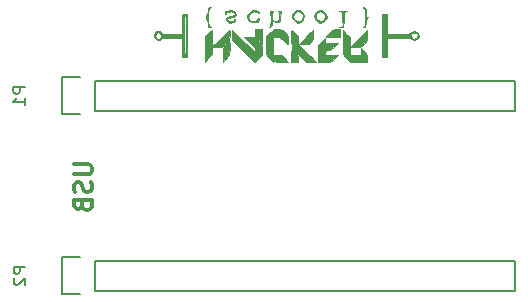
<source format=gbo>
G04 #@! TF.FileFunction,Legend,Bot*
%FSLAX46Y46*%
G04 Gerber Fmt 4.6, Leading zero omitted, Abs format (unit mm)*
G04 Created by KiCad (PCBNEW 4.0.4+e1-6308~48~ubuntu16.04.1-stable) date Thu Sep 15 22:11:00 2016*
%MOMM*%
%LPD*%
G01*
G04 APERTURE LIST*
%ADD10C,0.100000*%
%ADD11C,0.300000*%
%ADD12C,0.010000*%
%ADD13C,0.150000*%
G04 APERTURE END LIST*
D10*
D11*
X74438771Y-55638143D02*
X75653057Y-55638143D01*
X75795914Y-55709571D01*
X75867343Y-55781000D01*
X75938771Y-55923857D01*
X75938771Y-56209571D01*
X75867343Y-56352429D01*
X75795914Y-56423857D01*
X75653057Y-56495286D01*
X74438771Y-56495286D01*
X75867343Y-57138143D02*
X75938771Y-57352429D01*
X75938771Y-57709572D01*
X75867343Y-57852429D01*
X75795914Y-57923858D01*
X75653057Y-57995286D01*
X75510200Y-57995286D01*
X75367343Y-57923858D01*
X75295914Y-57852429D01*
X75224486Y-57709572D01*
X75153057Y-57423858D01*
X75081629Y-57281000D01*
X75010200Y-57209572D01*
X74867343Y-57138143D01*
X74724486Y-57138143D01*
X74581629Y-57209572D01*
X74510200Y-57281000D01*
X74438771Y-57423858D01*
X74438771Y-57781000D01*
X74510200Y-57995286D01*
X75153057Y-59138143D02*
X75224486Y-59352429D01*
X75295914Y-59423857D01*
X75438771Y-59495286D01*
X75653057Y-59495286D01*
X75795914Y-59423857D01*
X75867343Y-59352429D01*
X75938771Y-59209571D01*
X75938771Y-58638143D01*
X74438771Y-58638143D01*
X74438771Y-59138143D01*
X74510200Y-59281000D01*
X74581629Y-59352429D01*
X74724486Y-59423857D01*
X74867343Y-59423857D01*
X75010200Y-59352429D01*
X75081629Y-59281000D01*
X75153057Y-59138143D01*
X75153057Y-58638143D01*
D12*
G36*
X85988323Y-43984870D02*
X85933583Y-43942354D01*
X85880696Y-43885123D01*
X85846633Y-43792885D01*
X85827513Y-43640411D01*
X85819457Y-43402470D01*
X85818317Y-43192701D01*
X85822214Y-42878107D01*
X85835954Y-42667607D01*
X85862610Y-42538473D01*
X85905256Y-42467979D01*
X85917708Y-42457626D01*
X86000603Y-42378733D01*
X86017100Y-42344325D01*
X85976960Y-42304747D01*
X85885908Y-42340682D01*
X85839300Y-42379900D01*
X85791409Y-42487840D01*
X85764940Y-42664169D01*
X85763100Y-42724615D01*
X85735569Y-42946146D01*
X85661930Y-43094269D01*
X85660103Y-43096125D01*
X85591479Y-43182467D01*
X85619747Y-43244792D01*
X85657345Y-43275286D01*
X85729565Y-43396664D01*
X85771908Y-43612488D01*
X85776216Y-43668379D01*
X85797084Y-43864727D01*
X85839036Y-43966613D01*
X85915960Y-44006368D01*
X85921850Y-44007460D01*
X86009339Y-44017694D01*
X85988323Y-43984870D01*
X85988323Y-43984870D01*
G37*
X85988323Y-43984870D02*
X85933583Y-43942354D01*
X85880696Y-43885123D01*
X85846633Y-43792885D01*
X85827513Y-43640411D01*
X85819457Y-43402470D01*
X85818317Y-43192701D01*
X85822214Y-42878107D01*
X85835954Y-42667607D01*
X85862610Y-42538473D01*
X85905256Y-42467979D01*
X85917708Y-42457626D01*
X86000603Y-42378733D01*
X86017100Y-42344325D01*
X85976960Y-42304747D01*
X85885908Y-42340682D01*
X85839300Y-42379900D01*
X85791409Y-42487840D01*
X85764940Y-42664169D01*
X85763100Y-42724615D01*
X85735569Y-42946146D01*
X85661930Y-43094269D01*
X85660103Y-43096125D01*
X85591479Y-43182467D01*
X85619747Y-43244792D01*
X85657345Y-43275286D01*
X85729565Y-43396664D01*
X85771908Y-43612488D01*
X85776216Y-43668379D01*
X85797084Y-43864727D01*
X85839036Y-43966613D01*
X85915960Y-44006368D01*
X85921850Y-44007460D01*
X86009339Y-44017694D01*
X85988323Y-43984870D01*
G36*
X99002850Y-44007460D02*
X99082254Y-43970342D01*
X99125873Y-43872990D01*
X99147594Y-43683071D01*
X99148483Y-43668379D01*
X99188568Y-43415698D01*
X99270730Y-43272210D01*
X99275483Y-43268408D01*
X99349449Y-43198588D01*
X99317465Y-43149103D01*
X99272725Y-43122378D01*
X99197363Y-43035239D01*
X99164731Y-42867255D01*
X99161600Y-42757745D01*
X99146421Y-42562439D01*
X99108028Y-42416192D01*
X99085400Y-42379900D01*
X98985741Y-42312351D01*
X98916838Y-42316281D01*
X98907600Y-42344325D01*
X98952322Y-42410909D01*
X99006991Y-42457626D01*
X99053767Y-42517803D01*
X99083845Y-42631369D01*
X99100296Y-42821050D01*
X99106195Y-43109572D01*
X99106382Y-43192701D01*
X99103390Y-43498889D01*
X99091826Y-43703395D01*
X99067812Y-43831449D01*
X99027468Y-43908281D01*
X98991116Y-43942354D01*
X98913385Y-44006734D01*
X98942179Y-44017064D01*
X99002850Y-44007460D01*
X99002850Y-44007460D01*
G37*
X99002850Y-44007460D02*
X99082254Y-43970342D01*
X99125873Y-43872990D01*
X99147594Y-43683071D01*
X99148483Y-43668379D01*
X99188568Y-43415698D01*
X99270730Y-43272210D01*
X99275483Y-43268408D01*
X99349449Y-43198588D01*
X99317465Y-43149103D01*
X99272725Y-43122378D01*
X99197363Y-43035239D01*
X99164731Y-42867255D01*
X99161600Y-42757745D01*
X99146421Y-42562439D01*
X99108028Y-42416192D01*
X99085400Y-42379900D01*
X98985741Y-42312351D01*
X98916838Y-42316281D01*
X98907600Y-42344325D01*
X98952322Y-42410909D01*
X99006991Y-42457626D01*
X99053767Y-42517803D01*
X99083845Y-42631369D01*
X99100296Y-42821050D01*
X99106195Y-43109572D01*
X99106382Y-43192701D01*
X99103390Y-43498889D01*
X99091826Y-43703395D01*
X99067812Y-43831449D01*
X99027468Y-43908281D01*
X98991116Y-43942354D01*
X98913385Y-44006734D01*
X98942179Y-44017064D01*
X99002850Y-44007460D01*
G36*
X87819158Y-43609923D02*
X87820848Y-43609670D01*
X88006403Y-43570332D01*
X88093842Y-43514557D01*
X88112600Y-43442810D01*
X88080819Y-43335884D01*
X88012891Y-43337323D01*
X87962636Y-43414950D01*
X87877434Y-43482826D01*
X87725219Y-43508927D01*
X87559061Y-43492822D01*
X87432029Y-43434078D01*
X87417775Y-43419379D01*
X87381972Y-43336686D01*
X87455018Y-43268484D01*
X87469325Y-43260629D01*
X87635058Y-43206537D01*
X87759175Y-43192700D01*
X87926281Y-43148415D01*
X88050555Y-43064245D01*
X88136383Y-42948023D01*
X88125546Y-42838512D01*
X88110194Y-42807206D01*
X87998421Y-42685479D01*
X87882355Y-42618161D01*
X87742066Y-42571538D01*
X87638577Y-42572226D01*
X87497007Y-42621588D01*
X87487610Y-42625349D01*
X87353162Y-42658201D01*
X87281235Y-42649326D01*
X87239015Y-42675400D01*
X87223600Y-42776203D01*
X87244879Y-42897320D01*
X87287100Y-42938700D01*
X87343634Y-42887354D01*
X87350600Y-42844660D01*
X87403932Y-42751717D01*
X87536392Y-42700262D01*
X87706675Y-42691476D01*
X87873473Y-42726541D01*
X87995482Y-42806637D01*
X88009437Y-42825828D01*
X88042057Y-42941895D01*
X87967880Y-43028986D01*
X87778724Y-43094081D01*
X87670059Y-43115349D01*
X87437751Y-43183325D01*
X87318368Y-43284497D01*
X87316785Y-43411788D01*
X87393105Y-43517428D01*
X87500020Y-43600921D01*
X87624647Y-43628002D01*
X87819158Y-43609923D01*
X87819158Y-43609923D01*
G37*
X87819158Y-43609923D02*
X87820848Y-43609670D01*
X88006403Y-43570332D01*
X88093842Y-43514557D01*
X88112600Y-43442810D01*
X88080819Y-43335884D01*
X88012891Y-43337323D01*
X87962636Y-43414950D01*
X87877434Y-43482826D01*
X87725219Y-43508927D01*
X87559061Y-43492822D01*
X87432029Y-43434078D01*
X87417775Y-43419379D01*
X87381972Y-43336686D01*
X87455018Y-43268484D01*
X87469325Y-43260629D01*
X87635058Y-43206537D01*
X87759175Y-43192700D01*
X87926281Y-43148415D01*
X88050555Y-43064245D01*
X88136383Y-42948023D01*
X88125546Y-42838512D01*
X88110194Y-42807206D01*
X87998421Y-42685479D01*
X87882355Y-42618161D01*
X87742066Y-42571538D01*
X87638577Y-42572226D01*
X87497007Y-42621588D01*
X87487610Y-42625349D01*
X87353162Y-42658201D01*
X87281235Y-42649326D01*
X87239015Y-42675400D01*
X87223600Y-42776203D01*
X87244879Y-42897320D01*
X87287100Y-42938700D01*
X87343634Y-42887354D01*
X87350600Y-42844660D01*
X87403932Y-42751717D01*
X87536392Y-42700262D01*
X87706675Y-42691476D01*
X87873473Y-42726541D01*
X87995482Y-42806637D01*
X88009437Y-42825828D01*
X88042057Y-42941895D01*
X87967880Y-43028986D01*
X87778724Y-43094081D01*
X87670059Y-43115349D01*
X87437751Y-43183325D01*
X87318368Y-43284497D01*
X87316785Y-43411788D01*
X87393105Y-43517428D01*
X87500020Y-43600921D01*
X87624647Y-43628002D01*
X87819158Y-43609923D01*
G36*
X89699372Y-43610714D02*
X89871974Y-43582848D01*
X89994591Y-43564183D01*
X90001725Y-43563202D01*
X90059781Y-43500251D01*
X90077769Y-43388492D01*
X90074438Y-43224450D01*
X89974774Y-43367325D01*
X89827133Y-43480509D01*
X89629196Y-43517707D01*
X89432162Y-43478788D01*
X89290950Y-43369071D01*
X89207167Y-43163543D01*
X89227083Y-42970376D01*
X89327717Y-42810957D01*
X89486089Y-42706674D01*
X89679220Y-42678917D01*
X89884129Y-42749073D01*
X89926088Y-42777931D01*
X90066470Y-42862606D01*
X90137850Y-42856010D01*
X90144600Y-42826975D01*
X90088019Y-42737947D01*
X89945920Y-42662227D01*
X89759766Y-42610986D01*
X89571021Y-42595397D01*
X89421149Y-42626633D01*
X89414350Y-42630211D01*
X89226769Y-42782399D01*
X89139869Y-42989972D01*
X89128600Y-43136728D01*
X89182369Y-43375285D01*
X89328887Y-43541388D01*
X89545969Y-43616614D01*
X89699372Y-43610714D01*
X89699372Y-43610714D01*
G37*
X89699372Y-43610714D02*
X89871974Y-43582848D01*
X89994591Y-43564183D01*
X90001725Y-43563202D01*
X90059781Y-43500251D01*
X90077769Y-43388492D01*
X90074438Y-43224450D01*
X89974774Y-43367325D01*
X89827133Y-43480509D01*
X89629196Y-43517707D01*
X89432162Y-43478788D01*
X89290950Y-43369071D01*
X89207167Y-43163543D01*
X89227083Y-42970376D01*
X89327717Y-42810957D01*
X89486089Y-42706674D01*
X89679220Y-42678917D01*
X89884129Y-42749073D01*
X89926088Y-42777931D01*
X90066470Y-42862606D01*
X90137850Y-42856010D01*
X90144600Y-42826975D01*
X90088019Y-42737947D01*
X89945920Y-42662227D01*
X89759766Y-42610986D01*
X89571021Y-42595397D01*
X89421149Y-42626633D01*
X89414350Y-42630211D01*
X89226769Y-42782399D01*
X89139869Y-42989972D01*
X89128600Y-43136728D01*
X89182369Y-43375285D01*
X89328887Y-43541388D01*
X89545969Y-43616614D01*
X89699372Y-43610714D01*
G36*
X93562798Y-43598241D02*
X93716650Y-43511205D01*
X93876755Y-43317850D01*
X93928773Y-43097417D01*
X93875455Y-42881846D01*
X93719551Y-42703072D01*
X93642981Y-42655992D01*
X93488210Y-42583575D01*
X93379235Y-42568765D01*
X93251542Y-42606234D01*
X93215269Y-42620666D01*
X93038723Y-42749222D01*
X92913029Y-42944637D01*
X92876862Y-43108484D01*
X93002100Y-43108484D01*
X93053363Y-42894430D01*
X93185439Y-42748399D01*
X93365758Y-42684231D01*
X93561751Y-42715764D01*
X93700600Y-42811700D01*
X93810975Y-42994953D01*
X93819296Y-43190194D01*
X93738989Y-43363283D01*
X93583481Y-43480081D01*
X93425883Y-43510200D01*
X93203075Y-43458317D01*
X93054737Y-43316098D01*
X93002100Y-43108484D01*
X92876862Y-43108484D01*
X92875100Y-43116464D01*
X92927471Y-43277046D01*
X93057616Y-43443983D01*
X93225082Y-43577249D01*
X93389413Y-43636817D01*
X93401401Y-43637200D01*
X93562798Y-43598241D01*
X93562798Y-43598241D01*
G37*
X93562798Y-43598241D02*
X93716650Y-43511205D01*
X93876755Y-43317850D01*
X93928773Y-43097417D01*
X93875455Y-42881846D01*
X93719551Y-42703072D01*
X93642981Y-42655992D01*
X93488210Y-42583575D01*
X93379235Y-42568765D01*
X93251542Y-42606234D01*
X93215269Y-42620666D01*
X93038723Y-42749222D01*
X92913029Y-42944637D01*
X92876862Y-43108484D01*
X93002100Y-43108484D01*
X93053363Y-42894430D01*
X93185439Y-42748399D01*
X93365758Y-42684231D01*
X93561751Y-42715764D01*
X93700600Y-42811700D01*
X93810975Y-42994953D01*
X93819296Y-43190194D01*
X93738989Y-43363283D01*
X93583481Y-43480081D01*
X93425883Y-43510200D01*
X93203075Y-43458317D01*
X93054737Y-43316098D01*
X93002100Y-43108484D01*
X92876862Y-43108484D01*
X92875100Y-43116464D01*
X92927471Y-43277046D01*
X93057616Y-43443983D01*
X93225082Y-43577249D01*
X93389413Y-43636817D01*
X93401401Y-43637200D01*
X93562798Y-43598241D01*
G36*
X95471117Y-43592320D02*
X95637990Y-43481179D01*
X95779748Y-43339027D01*
X95855669Y-43201115D01*
X95859600Y-43169969D01*
X95801704Y-42926149D01*
X95648338Y-42724210D01*
X95547981Y-42655992D01*
X95393210Y-42583575D01*
X95284235Y-42568765D01*
X95156542Y-42606234D01*
X95120269Y-42620666D01*
X94943723Y-42749222D01*
X94818029Y-42944637D01*
X94781862Y-43108484D01*
X94907100Y-43108484D01*
X94958363Y-42894430D01*
X95090439Y-42748399D01*
X95270758Y-42684231D01*
X95466751Y-42715764D01*
X95605600Y-42811700D01*
X95715975Y-42994953D01*
X95724296Y-43190194D01*
X95643989Y-43363283D01*
X95488481Y-43480081D01*
X95330883Y-43510200D01*
X95108075Y-43458317D01*
X94959737Y-43316098D01*
X94907100Y-43108484D01*
X94781862Y-43108484D01*
X94780100Y-43116464D01*
X94833463Y-43281825D01*
X94966741Y-43449580D01*
X95139715Y-43580927D01*
X95312166Y-43637064D01*
X95319850Y-43637200D01*
X95471117Y-43592320D01*
X95471117Y-43592320D01*
G37*
X95471117Y-43592320D02*
X95637990Y-43481179D01*
X95779748Y-43339027D01*
X95855669Y-43201115D01*
X95859600Y-43169969D01*
X95801704Y-42926149D01*
X95648338Y-42724210D01*
X95547981Y-42655992D01*
X95393210Y-42583575D01*
X95284235Y-42568765D01*
X95156542Y-42606234D01*
X95120269Y-42620666D01*
X94943723Y-42749222D01*
X94818029Y-42944637D01*
X94781862Y-43108484D01*
X94907100Y-43108484D01*
X94958363Y-42894430D01*
X95090439Y-42748399D01*
X95270758Y-42684231D01*
X95466751Y-42715764D01*
X95605600Y-42811700D01*
X95715975Y-42994953D01*
X95724296Y-43190194D01*
X95643989Y-43363283D01*
X95488481Y-43480081D01*
X95330883Y-43510200D01*
X95108075Y-43458317D01*
X94959737Y-43316098D01*
X94907100Y-43108484D01*
X94781862Y-43108484D01*
X94780100Y-43116464D01*
X94833463Y-43281825D01*
X94966741Y-43449580D01*
X95139715Y-43580927D01*
X95312166Y-43637064D01*
X95319850Y-43637200D01*
X95471117Y-43592320D01*
G36*
X91135751Y-43962995D02*
X91208845Y-43833715D01*
X91217006Y-43665574D01*
X91198478Y-43598522D01*
X91191070Y-43527688D01*
X91270657Y-43542900D01*
X91271004Y-43543046D01*
X91536647Y-43620928D01*
X91729382Y-43597180D01*
X91853830Y-43468382D01*
X91914615Y-43231118D01*
X91922600Y-43061150D01*
X91936654Y-42821360D01*
X91976905Y-42685968D01*
X92001975Y-42663255D01*
X92000814Y-42641991D01*
X91898717Y-42629262D01*
X91859100Y-42628145D01*
X91723959Y-42634892D01*
X91706943Y-42662743D01*
X91733268Y-42681557D01*
X91788055Y-42745452D01*
X91808282Y-42871121D01*
X91798458Y-43088855D01*
X91796768Y-43108251D01*
X91773980Y-43316395D01*
X91741332Y-43429733D01*
X91681391Y-43480233D01*
X91583609Y-43499085D01*
X91379041Y-43478068D01*
X91251480Y-43357927D01*
X91199321Y-43136700D01*
X91198839Y-43028129D01*
X91223914Y-42832841D01*
X91273794Y-42701482D01*
X91296728Y-42677715D01*
X91311394Y-42640595D01*
X91202104Y-42626978D01*
X91160600Y-42627186D01*
X91036646Y-42637282D01*
X91006904Y-42657282D01*
X91017725Y-42663255D01*
X91058672Y-42728818D01*
X91084313Y-42893449D01*
X91096014Y-43168446D01*
X91097100Y-43320336D01*
X91094367Y-43611404D01*
X91083490Y-43799192D01*
X91060451Y-43907351D01*
X91021231Y-43959534D01*
X90985975Y-43974428D01*
X90928637Y-43997391D01*
X90992455Y-44009414D01*
X91016515Y-44010834D01*
X91135751Y-43962995D01*
X91135751Y-43962995D01*
G37*
X91135751Y-43962995D02*
X91208845Y-43833715D01*
X91217006Y-43665574D01*
X91198478Y-43598522D01*
X91191070Y-43527688D01*
X91270657Y-43542900D01*
X91271004Y-43543046D01*
X91536647Y-43620928D01*
X91729382Y-43597180D01*
X91853830Y-43468382D01*
X91914615Y-43231118D01*
X91922600Y-43061150D01*
X91936654Y-42821360D01*
X91976905Y-42685968D01*
X92001975Y-42663255D01*
X92000814Y-42641991D01*
X91898717Y-42629262D01*
X91859100Y-42628145D01*
X91723959Y-42634892D01*
X91706943Y-42662743D01*
X91733268Y-42681557D01*
X91788055Y-42745452D01*
X91808282Y-42871121D01*
X91798458Y-43088855D01*
X91796768Y-43108251D01*
X91773980Y-43316395D01*
X91741332Y-43429733D01*
X91681391Y-43480233D01*
X91583609Y-43499085D01*
X91379041Y-43478068D01*
X91251480Y-43357927D01*
X91199321Y-43136700D01*
X91198839Y-43028129D01*
X91223914Y-42832841D01*
X91273794Y-42701482D01*
X91296728Y-42677715D01*
X91311394Y-42640595D01*
X91202104Y-42626978D01*
X91160600Y-42627186D01*
X91036646Y-42637282D01*
X91006904Y-42657282D01*
X91017725Y-42663255D01*
X91058672Y-42728818D01*
X91084313Y-42893449D01*
X91096014Y-43168446D01*
X91097100Y-43320336D01*
X91094367Y-43611404D01*
X91083490Y-43799192D01*
X91060451Y-43907351D01*
X91021231Y-43959534D01*
X90985975Y-43974428D01*
X90928637Y-43997391D01*
X90992455Y-44009414D01*
X91016515Y-44010834D01*
X91135751Y-43962995D01*
G36*
X97270253Y-43367325D02*
X97288350Y-42716450D01*
X97510600Y-42677185D01*
X97573755Y-42657898D01*
X97513061Y-42644866D01*
X97331532Y-42638504D01*
X97224850Y-42637919D01*
X96995458Y-42641475D01*
X96885683Y-42651868D01*
X96898543Y-42668683D01*
X96939100Y-42677185D01*
X97161350Y-42716450D01*
X97179470Y-43331141D01*
X97197591Y-43945831D01*
X97020720Y-43972502D01*
X96909738Y-43991072D01*
X96915272Y-44000783D01*
X97042443Y-44008427D01*
X97048003Y-44008686D01*
X97252157Y-44018200D01*
X97270253Y-43367325D01*
X97270253Y-43367325D01*
G37*
X97270253Y-43367325D02*
X97288350Y-42716450D01*
X97510600Y-42677185D01*
X97573755Y-42657898D01*
X97513061Y-42644866D01*
X97331532Y-42638504D01*
X97224850Y-42637919D01*
X96995458Y-42641475D01*
X96885683Y-42651868D01*
X96898543Y-42668683D01*
X96939100Y-42677185D01*
X97161350Y-42716450D01*
X97179470Y-43331141D01*
X97197591Y-43945831D01*
X97020720Y-43972502D01*
X96909738Y-43991072D01*
X96915272Y-44000783D01*
X97042443Y-44008427D01*
X97048003Y-44008686D01*
X97252157Y-44018200D01*
X97270253Y-43367325D01*
G36*
X83810475Y-46546349D02*
X84016850Y-46526450D01*
X84016850Y-42906950D01*
X83855723Y-42888160D01*
X83717016Y-42889854D01*
X83649348Y-42914619D01*
X83632317Y-42991909D01*
X83618215Y-43170672D01*
X83608383Y-43425392D01*
X83604166Y-43730551D01*
X83604100Y-43774784D01*
X83604100Y-44589700D01*
X82766817Y-44589700D01*
X82422401Y-44588180D01*
X82180918Y-44581355D01*
X82018313Y-44565836D01*
X81910535Y-44538228D01*
X81833528Y-44495141D01*
X81781646Y-44450766D01*
X81608059Y-44358403D01*
X81432922Y-44378102D01*
X81290322Y-44500032D01*
X81237943Y-44607610D01*
X81225521Y-44763646D01*
X81327084Y-44763646D01*
X81354322Y-44569311D01*
X81356643Y-44563144D01*
X81445189Y-44482677D01*
X81586404Y-44468565D01*
X81724167Y-44521643D01*
X81761915Y-44557126D01*
X81809149Y-44695489D01*
X81805702Y-44716700D01*
X83731100Y-44716700D01*
X83731882Y-44199281D01*
X83734727Y-43795405D01*
X83740381Y-43491621D01*
X83749593Y-43274479D01*
X83763109Y-43130530D01*
X83781677Y-43046322D01*
X83806043Y-43008405D01*
X83826350Y-43002200D01*
X83855095Y-43016281D01*
X83877533Y-43067488D01*
X83894409Y-43169272D01*
X83906473Y-43335084D01*
X83914470Y-43578374D01*
X83919148Y-43912592D01*
X83921255Y-44351188D01*
X83921600Y-44716700D01*
X83920817Y-45234120D01*
X83917972Y-45637996D01*
X83912318Y-45941780D01*
X83903106Y-46158922D01*
X83889590Y-46302871D01*
X83871022Y-46387079D01*
X83846656Y-46424996D01*
X83826350Y-46431200D01*
X83797604Y-46417120D01*
X83775166Y-46365913D01*
X83758290Y-46264129D01*
X83746226Y-46098317D01*
X83738229Y-45855027D01*
X83733551Y-45520809D01*
X83731444Y-45082213D01*
X83731100Y-44716700D01*
X81805702Y-44716700D01*
X81783078Y-44855906D01*
X81697653Y-44976406D01*
X81663298Y-44995219D01*
X81501774Y-45005064D01*
X81382969Y-44918385D01*
X81327084Y-44763646D01*
X81225521Y-44763646D01*
X81221485Y-44814338D01*
X81300575Y-44976306D01*
X81446070Y-45072866D01*
X81628829Y-45083371D01*
X81798088Y-45004470D01*
X81886823Y-44963211D01*
X82037744Y-44934993D01*
X82269928Y-44917933D01*
X82602452Y-44910148D01*
X82762725Y-44909220D01*
X83604100Y-44907200D01*
X83604100Y-46566247D01*
X83810475Y-46546349D01*
X83810475Y-46546349D01*
G37*
X83810475Y-46546349D02*
X84016850Y-46526450D01*
X84016850Y-42906950D01*
X83855723Y-42888160D01*
X83717016Y-42889854D01*
X83649348Y-42914619D01*
X83632317Y-42991909D01*
X83618215Y-43170672D01*
X83608383Y-43425392D01*
X83604166Y-43730551D01*
X83604100Y-43774784D01*
X83604100Y-44589700D01*
X82766817Y-44589700D01*
X82422401Y-44588180D01*
X82180918Y-44581355D01*
X82018313Y-44565836D01*
X81910535Y-44538228D01*
X81833528Y-44495141D01*
X81781646Y-44450766D01*
X81608059Y-44358403D01*
X81432922Y-44378102D01*
X81290322Y-44500032D01*
X81237943Y-44607610D01*
X81225521Y-44763646D01*
X81327084Y-44763646D01*
X81354322Y-44569311D01*
X81356643Y-44563144D01*
X81445189Y-44482677D01*
X81586404Y-44468565D01*
X81724167Y-44521643D01*
X81761915Y-44557126D01*
X81809149Y-44695489D01*
X81805702Y-44716700D01*
X83731100Y-44716700D01*
X83731882Y-44199281D01*
X83734727Y-43795405D01*
X83740381Y-43491621D01*
X83749593Y-43274479D01*
X83763109Y-43130530D01*
X83781677Y-43046322D01*
X83806043Y-43008405D01*
X83826350Y-43002200D01*
X83855095Y-43016281D01*
X83877533Y-43067488D01*
X83894409Y-43169272D01*
X83906473Y-43335084D01*
X83914470Y-43578374D01*
X83919148Y-43912592D01*
X83921255Y-44351188D01*
X83921600Y-44716700D01*
X83920817Y-45234120D01*
X83917972Y-45637996D01*
X83912318Y-45941780D01*
X83903106Y-46158922D01*
X83889590Y-46302871D01*
X83871022Y-46387079D01*
X83846656Y-46424996D01*
X83826350Y-46431200D01*
X83797604Y-46417120D01*
X83775166Y-46365913D01*
X83758290Y-46264129D01*
X83746226Y-46098317D01*
X83738229Y-45855027D01*
X83733551Y-45520809D01*
X83731444Y-45082213D01*
X83731100Y-44716700D01*
X81805702Y-44716700D01*
X81783078Y-44855906D01*
X81697653Y-44976406D01*
X81663298Y-44995219D01*
X81501774Y-45005064D01*
X81382969Y-44918385D01*
X81327084Y-44763646D01*
X81225521Y-44763646D01*
X81221485Y-44814338D01*
X81300575Y-44976306D01*
X81446070Y-45072866D01*
X81628829Y-45083371D01*
X81798088Y-45004470D01*
X81886823Y-44963211D01*
X82037744Y-44934993D01*
X82269928Y-44917933D01*
X82602452Y-44910148D01*
X82762725Y-44909220D01*
X83604100Y-44907200D01*
X83604100Y-46566247D01*
X83810475Y-46546349D01*
G36*
X100939600Y-44907200D02*
X101886953Y-44907200D01*
X102278006Y-44909867D01*
X102563949Y-44919219D01*
X102766589Y-44937285D01*
X102907733Y-44966095D01*
X103009185Y-45007679D01*
X103017647Y-45012423D01*
X103236455Y-45082266D01*
X103439075Y-45050077D01*
X103590710Y-44923978D01*
X103619788Y-44871864D01*
X103657013Y-44739508D01*
X103616665Y-44617636D01*
X103563723Y-44540241D01*
X103396480Y-44391397D01*
X103213544Y-44351297D01*
X103042975Y-44423993D01*
X103006070Y-44459695D01*
X102952166Y-44509531D01*
X102881344Y-44544751D01*
X102772526Y-44567865D01*
X102604631Y-44581381D01*
X102356579Y-44587809D01*
X102007291Y-44589659D01*
X101914008Y-44589700D01*
X100939600Y-44589700D01*
X100939600Y-42875200D01*
X100558600Y-42875200D01*
X100558600Y-44753087D01*
X102989103Y-44753087D01*
X103010212Y-44597482D01*
X103035784Y-44557126D01*
X103174329Y-44476312D01*
X103345906Y-44475093D01*
X103466900Y-44538900D01*
X103542707Y-44685192D01*
X103520630Y-44836330D01*
X103423540Y-44957839D01*
X103274309Y-45015240D01*
X103159849Y-45001736D01*
X103044477Y-44907531D01*
X102989103Y-44753087D01*
X100558600Y-44753087D01*
X100558600Y-46558200D01*
X100939600Y-46558200D01*
X100939600Y-44907200D01*
X100939600Y-44907200D01*
G37*
X100939600Y-44907200D02*
X101886953Y-44907200D01*
X102278006Y-44909867D01*
X102563949Y-44919219D01*
X102766589Y-44937285D01*
X102907733Y-44966095D01*
X103009185Y-45007679D01*
X103017647Y-45012423D01*
X103236455Y-45082266D01*
X103439075Y-45050077D01*
X103590710Y-44923978D01*
X103619788Y-44871864D01*
X103657013Y-44739508D01*
X103616665Y-44617636D01*
X103563723Y-44540241D01*
X103396480Y-44391397D01*
X103213544Y-44351297D01*
X103042975Y-44423993D01*
X103006070Y-44459695D01*
X102952166Y-44509531D01*
X102881344Y-44544751D01*
X102772526Y-44567865D01*
X102604631Y-44581381D01*
X102356579Y-44587809D01*
X102007291Y-44589659D01*
X101914008Y-44589700D01*
X100939600Y-44589700D01*
X100939600Y-42875200D01*
X100558600Y-42875200D01*
X100558600Y-44753087D01*
X102989103Y-44753087D01*
X103010212Y-44597482D01*
X103035784Y-44557126D01*
X103174329Y-44476312D01*
X103345906Y-44475093D01*
X103466900Y-44538900D01*
X103542707Y-44685192D01*
X103520630Y-44836330D01*
X103423540Y-44957839D01*
X103274309Y-45015240D01*
X103159849Y-45001736D01*
X103044477Y-44907531D01*
X102989103Y-44753087D01*
X100558600Y-44753087D01*
X100558600Y-46558200D01*
X100939600Y-46558200D01*
X100939600Y-44907200D01*
G36*
X90398600Y-44208700D02*
X89763600Y-44208700D01*
X89763600Y-44512713D01*
X89771325Y-44682207D01*
X89808362Y-44810031D01*
X89895503Y-44936575D01*
X90053542Y-45102227D01*
X90081100Y-45129450D01*
X90398600Y-45442176D01*
X90398600Y-44208700D01*
X90398600Y-44208700D01*
G37*
X90398600Y-44208700D02*
X89763600Y-44208700D01*
X89763600Y-44512713D01*
X89771325Y-44682207D01*
X89808362Y-44810031D01*
X89895503Y-44936575D01*
X90053542Y-45102227D01*
X90081100Y-45129450D01*
X90398600Y-45442176D01*
X90398600Y-44208700D01*
G36*
X92543478Y-45420854D02*
X92554027Y-45269896D01*
X92557600Y-45078838D01*
X92552247Y-44853072D01*
X92523907Y-44705639D01*
X92454154Y-44587954D01*
X92324566Y-44451432D01*
X92316797Y-44443838D01*
X92156165Y-44301684D01*
X92016235Y-44232019D01*
X91836294Y-44209861D01*
X91745297Y-44208700D01*
X91414600Y-44208700D01*
X91414600Y-44843700D01*
X91659910Y-44843700D01*
X91806387Y-44856420D01*
X91930111Y-44909047D01*
X92068148Y-45023281D01*
X92202205Y-45161200D01*
X92354656Y-45319971D01*
X92471497Y-45433826D01*
X92527974Y-45478672D01*
X92528394Y-45478700D01*
X92543478Y-45420854D01*
X92543478Y-45420854D01*
G37*
X92543478Y-45420854D02*
X92554027Y-45269896D01*
X92557600Y-45078838D01*
X92552247Y-44853072D01*
X92523907Y-44705639D01*
X92454154Y-44587954D01*
X92324566Y-44451432D01*
X92316797Y-44443838D01*
X92156165Y-44301684D01*
X92016235Y-44232019D01*
X91836294Y-44209861D01*
X91745297Y-44208700D01*
X91414600Y-44208700D01*
X91414600Y-44843700D01*
X91659910Y-44843700D01*
X91806387Y-44856420D01*
X91930111Y-44909047D01*
X92068148Y-45023281D01*
X92202205Y-45161200D01*
X92354656Y-45319971D01*
X92471497Y-45433826D01*
X92527974Y-45478672D01*
X92528394Y-45478700D01*
X92543478Y-45420854D01*
G36*
X96939100Y-44208700D02*
X96666837Y-44208700D01*
X96510256Y-44218860D01*
X96384222Y-44263324D01*
X96250080Y-44363074D01*
X96081850Y-44526200D01*
X95769124Y-44843700D01*
X96939100Y-44843700D01*
X96939100Y-44208700D01*
X96939100Y-44208700D01*
G37*
X96939100Y-44208700D02*
X96666837Y-44208700D01*
X96510256Y-44218860D01*
X96384222Y-44263324D01*
X96250080Y-44363074D01*
X96081850Y-44526200D01*
X95769124Y-44843700D01*
X96939100Y-44843700D01*
X96939100Y-44208700D01*
G36*
X85826600Y-46653450D02*
X85995667Y-46479528D01*
X86091064Y-46350102D01*
X86133582Y-46224784D01*
X86144015Y-46063182D01*
X86144100Y-46036713D01*
X86144100Y-45732700D01*
X87006124Y-45732700D01*
X87311884Y-45422272D01*
X87473809Y-45252167D01*
X87566066Y-45123438D01*
X87609318Y-44988192D01*
X87624232Y-44798539D01*
X87626997Y-44691988D01*
X87627192Y-44479814D01*
X87618682Y-44328869D01*
X87603517Y-44272166D01*
X87549739Y-44314818D01*
X87422847Y-44432485D01*
X87238912Y-44609769D01*
X87014008Y-44831271D01*
X86874350Y-44970700D01*
X86633350Y-45210447D01*
X86424204Y-45414718D01*
X86262985Y-45568112D01*
X86165766Y-45655231D01*
X86145182Y-45669330D01*
X86133675Y-45610199D01*
X86127571Y-45449759D01*
X86127349Y-45213605D01*
X86132186Y-44970830D01*
X86135559Y-44690239D01*
X86129542Y-44463432D01*
X86115395Y-44315999D01*
X86097782Y-44272200D01*
X86027621Y-44314269D01*
X85900828Y-44423416D01*
X85776321Y-44544479D01*
X85509100Y-44816758D01*
X85509100Y-46966176D01*
X85826600Y-46653450D01*
X85826600Y-46653450D01*
G37*
X85826600Y-46653450D02*
X85995667Y-46479528D01*
X86091064Y-46350102D01*
X86133582Y-46224784D01*
X86144015Y-46063182D01*
X86144100Y-46036713D01*
X86144100Y-45732700D01*
X87006124Y-45732700D01*
X87311884Y-45422272D01*
X87473809Y-45252167D01*
X87566066Y-45123438D01*
X87609318Y-44988192D01*
X87624232Y-44798539D01*
X87626997Y-44691988D01*
X87627192Y-44479814D01*
X87618682Y-44328869D01*
X87603517Y-44272166D01*
X87549739Y-44314818D01*
X87422847Y-44432485D01*
X87238912Y-44609769D01*
X87014008Y-44831271D01*
X86874350Y-44970700D01*
X86633350Y-45210447D01*
X86424204Y-45414718D01*
X86262985Y-45568112D01*
X86165766Y-45655231D01*
X86145182Y-45669330D01*
X86133675Y-45610199D01*
X86127571Y-45449759D01*
X86127349Y-45213605D01*
X86132186Y-44970830D01*
X86135559Y-44690239D01*
X86129542Y-44463432D01*
X86115395Y-44315999D01*
X86097782Y-44272200D01*
X86027621Y-44314269D01*
X85900828Y-44423416D01*
X85776321Y-44544479D01*
X85509100Y-44816758D01*
X85509100Y-46966176D01*
X85826600Y-46653450D01*
G36*
X89700100Y-46080308D02*
X88779350Y-45161200D01*
X87858600Y-44242093D01*
X87858600Y-45131093D01*
X88779350Y-46050200D01*
X89700100Y-46969308D01*
X89700100Y-46080308D01*
X89700100Y-46080308D01*
G37*
X89700100Y-46080308D02*
X88779350Y-45161200D01*
X87858600Y-44242093D01*
X87858600Y-45131093D01*
X88779350Y-46050200D01*
X89700100Y-46969308D01*
X89700100Y-46080308D01*
G36*
X91287600Y-45611844D02*
X91286764Y-45214852D01*
X91284428Y-44864591D01*
X91280847Y-44579570D01*
X91276278Y-44378297D01*
X91270976Y-44279283D01*
X91269071Y-44272200D01*
X91218549Y-44313692D01*
X91106052Y-44421475D01*
X90983321Y-44544479D01*
X90716100Y-44816758D01*
X90721142Y-46335950D01*
X91004371Y-46643719D01*
X91287600Y-46951487D01*
X91287600Y-45611844D01*
X91287600Y-45611844D01*
G37*
X91287600Y-45611844D02*
X91286764Y-45214852D01*
X91284428Y-44864591D01*
X91280847Y-44579570D01*
X91276278Y-44378297D01*
X91270976Y-44279283D01*
X91269071Y-44272200D01*
X91218549Y-44313692D01*
X91106052Y-44421475D01*
X90983321Y-44544479D01*
X90716100Y-44816758D01*
X90721142Y-46335950D01*
X91004371Y-46643719D01*
X91287600Y-46951487D01*
X91287600Y-45611844D01*
G36*
X94715008Y-46995632D02*
X94858834Y-46977193D01*
X94907100Y-46954040D01*
X94864318Y-46895007D01*
X94746043Y-46763043D01*
X94567379Y-46574217D01*
X94343432Y-46344596D01*
X94176850Y-46177201D01*
X93446600Y-45449022D01*
X93446600Y-45132890D01*
X93437173Y-44942598D01*
X93393689Y-44803447D01*
X93293339Y-44665214D01*
X93179378Y-44544479D01*
X93032349Y-44400023D01*
X92921760Y-44301247D01*
X92877753Y-44272076D01*
X92865857Y-44331355D01*
X92859002Y-44492784D01*
X92857700Y-44731592D01*
X92862341Y-45018201D01*
X92881332Y-45764450D01*
X93496149Y-46383576D01*
X94110967Y-47002701D01*
X94509033Y-47002701D01*
X94715008Y-46995632D01*
X94715008Y-46995632D01*
G37*
X94715008Y-46995632D02*
X94858834Y-46977193D01*
X94907100Y-46954040D01*
X94864318Y-46895007D01*
X94746043Y-46763043D01*
X94567379Y-46574217D01*
X94343432Y-46344596D01*
X94176850Y-46177201D01*
X93446600Y-45449022D01*
X93446600Y-45132890D01*
X93437173Y-44942598D01*
X93393689Y-44803447D01*
X93293339Y-44665214D01*
X93179378Y-44544479D01*
X93032349Y-44400023D01*
X92921760Y-44301247D01*
X92877753Y-44272076D01*
X92865857Y-44331355D01*
X92859002Y-44492784D01*
X92857700Y-44731592D01*
X92862341Y-45018201D01*
X92881332Y-45764450D01*
X93496149Y-46383576D01*
X94110967Y-47002701D01*
X94509033Y-47002701D01*
X94715008Y-46995632D01*
G36*
X94129209Y-45473363D02*
X94278490Y-45447102D01*
X94391245Y-45384547D01*
X94512650Y-45270326D01*
X94513643Y-45269302D01*
X94627896Y-45138367D01*
X94688896Y-45015146D01*
X94712964Y-44851125D01*
X94716600Y-44666052D01*
X94709643Y-44462966D01*
X94691504Y-44323819D01*
X94668975Y-44280654D01*
X94609588Y-44327347D01*
X94481193Y-44448977D01*
X94301752Y-44627936D01*
X94089229Y-44846617D01*
X94053557Y-44883904D01*
X93485764Y-45478700D01*
X93898225Y-45478700D01*
X94129209Y-45473363D01*
X94129209Y-45473363D01*
G37*
X94129209Y-45473363D02*
X94278490Y-45447102D01*
X94391245Y-45384547D01*
X94512650Y-45270326D01*
X94513643Y-45269302D01*
X94627896Y-45138367D01*
X94688896Y-45015146D01*
X94712964Y-44851125D01*
X94716600Y-44666052D01*
X94709643Y-44462966D01*
X94691504Y-44323819D01*
X94668975Y-44280654D01*
X94609588Y-44327347D01*
X94481193Y-44448977D01*
X94301752Y-44627936D01*
X94089229Y-44846617D01*
X94053557Y-44883904D01*
X93485764Y-45478700D01*
X93898225Y-45478700D01*
X94129209Y-45473363D01*
G36*
X97789244Y-46879008D02*
X97795918Y-46713083D01*
X97803339Y-46462357D01*
X97810859Y-46147922D01*
X97815722Y-45907166D01*
X97835094Y-44875450D01*
X97514097Y-44560338D01*
X97193100Y-44245225D01*
X97194571Y-45290588D01*
X97196043Y-46335950D01*
X97483814Y-46637575D01*
X97631768Y-46790818D01*
X97739891Y-46899344D01*
X97783967Y-46939041D01*
X97789244Y-46879008D01*
X97789244Y-46879008D01*
G37*
X97789244Y-46879008D02*
X97795918Y-46713083D01*
X97803339Y-46462357D01*
X97810859Y-46147922D01*
X97815722Y-45907166D01*
X97835094Y-44875450D01*
X97514097Y-44560338D01*
X97193100Y-44245225D01*
X97194571Y-45290588D01*
X97196043Y-46335950D01*
X97483814Y-46637575D01*
X97631768Y-46790818D01*
X97739891Y-46899344D01*
X97783967Y-46939041D01*
X97789244Y-46879008D01*
G36*
X98506719Y-45728601D02*
X98651620Y-45702734D01*
X98772078Y-45634748D01*
X98914605Y-45504292D01*
X98992502Y-45425706D01*
X99294881Y-45118711D01*
X99275865Y-44693943D01*
X99256850Y-44269175D01*
X98574225Y-44954350D01*
X98337519Y-45194844D01*
X98136435Y-45404688D01*
X97986521Y-45567210D01*
X97903329Y-45665743D01*
X97891600Y-45686112D01*
X97949430Y-45710188D01*
X98100332Y-45727016D01*
X98290862Y-45732700D01*
X98506719Y-45728601D01*
X98506719Y-45728601D01*
G37*
X98506719Y-45728601D02*
X98651620Y-45702734D01*
X98772078Y-45634748D01*
X98914605Y-45504292D01*
X98992502Y-45425706D01*
X99294881Y-45118711D01*
X99275865Y-44693943D01*
X99256850Y-44269175D01*
X98574225Y-44954350D01*
X98337519Y-45194844D01*
X98136435Y-45404688D01*
X97986521Y-45567210D01*
X97903329Y-45665743D01*
X97891600Y-45686112D01*
X97949430Y-45710188D01*
X98100332Y-45727016D01*
X98290862Y-45732700D01*
X98506719Y-45728601D01*
G36*
X90081100Y-46653450D02*
X90247486Y-46484471D01*
X90342405Y-46359470D01*
X90385906Y-46234370D01*
X90398034Y-46065090D01*
X90398600Y-45955350D01*
X90395525Y-45762391D01*
X90374112Y-45626909D01*
X90316072Y-45511604D01*
X90203119Y-45379175D01*
X90031633Y-45206838D01*
X89664667Y-44843700D01*
X89269633Y-44843700D01*
X89064512Y-44846051D01*
X88921696Y-44852179D01*
X88874600Y-44859760D01*
X88915671Y-44909216D01*
X89026455Y-45029819D01*
X89188303Y-45201496D01*
X89319100Y-45338297D01*
X89763600Y-45800774D01*
X89763600Y-46966176D01*
X90081100Y-46653450D01*
X90081100Y-46653450D01*
G37*
X90081100Y-46653450D02*
X90247486Y-46484471D01*
X90342405Y-46359470D01*
X90385906Y-46234370D01*
X90398034Y-46065090D01*
X90398600Y-45955350D01*
X90395525Y-45762391D01*
X90374112Y-45626909D01*
X90316072Y-45511604D01*
X90203119Y-45379175D01*
X90031633Y-45206838D01*
X89664667Y-44843700D01*
X89269633Y-44843700D01*
X89064512Y-44846051D01*
X88921696Y-44852179D01*
X88874600Y-44859760D01*
X88915671Y-44909216D01*
X89026455Y-45029819D01*
X89188303Y-45201496D01*
X89319100Y-45338297D01*
X89763600Y-45800774D01*
X89763600Y-46966176D01*
X90081100Y-46653450D01*
G36*
X95415100Y-46653450D02*
X95607784Y-46444160D01*
X95708433Y-46281054D01*
X95732600Y-46163713D01*
X95749423Y-46039032D01*
X95826338Y-45992307D01*
X95927821Y-45986701D01*
X96069348Y-45959799D01*
X96226721Y-45867540D01*
X96428658Y-45692594D01*
X96451696Y-45670570D01*
X96780350Y-45354440D01*
X95740266Y-45351700D01*
X95720558Y-45126271D01*
X95700850Y-44900841D01*
X95097600Y-45514813D01*
X95097600Y-46966176D01*
X95415100Y-46653450D01*
X95415100Y-46653450D01*
G37*
X95415100Y-46653450D02*
X95607784Y-46444160D01*
X95708433Y-46281054D01*
X95732600Y-46163713D01*
X95749423Y-46039032D01*
X95826338Y-45992307D01*
X95927821Y-45986701D01*
X96069348Y-45959799D01*
X96226721Y-45867540D01*
X96428658Y-45692594D01*
X96451696Y-45670570D01*
X96780350Y-45354440D01*
X95740266Y-45351700D01*
X95720558Y-45126271D01*
X95700850Y-44900841D01*
X95097600Y-45514813D01*
X95097600Y-46966176D01*
X95415100Y-46653450D01*
G36*
X87613619Y-46388760D02*
X87624984Y-45806691D01*
X87626741Y-45552811D01*
X87622010Y-45355481D01*
X87611773Y-45242633D01*
X87604600Y-45226611D01*
X87548765Y-45270995D01*
X87434615Y-45384768D01*
X87302975Y-45525758D01*
X87033100Y-45822917D01*
X87033100Y-46969279D01*
X87613619Y-46388760D01*
X87613619Y-46388760D01*
G37*
X87613619Y-46388760D02*
X87624984Y-45806691D01*
X87626741Y-45552811D01*
X87622010Y-45355481D01*
X87611773Y-45242633D01*
X87604600Y-45226611D01*
X87548765Y-45270995D01*
X87434615Y-45384768D01*
X87302975Y-45525758D01*
X87033100Y-45822917D01*
X87033100Y-46969279D01*
X87613619Y-46388760D01*
G36*
X99225100Y-46634588D02*
X99218204Y-46417375D01*
X99182603Y-46272736D01*
X99095925Y-46146399D01*
X98971100Y-46018450D01*
X98717100Y-45770426D01*
X98717100Y-46367700D01*
X97891600Y-46367700D01*
X97891600Y-47002700D01*
X99225100Y-47002700D01*
X99225100Y-46634588D01*
X99225100Y-46634588D01*
G37*
X99225100Y-46634588D02*
X99218204Y-46417375D01*
X99182603Y-46272736D01*
X99095925Y-46146399D01*
X98971100Y-46018450D01*
X98717100Y-45770426D01*
X98717100Y-46367700D01*
X97891600Y-46367700D01*
X97891600Y-47002700D01*
X99225100Y-47002700D01*
X99225100Y-46634588D01*
G36*
X93446190Y-46736305D02*
X93430550Y-46558007D01*
X93369988Y-46404339D01*
X93243105Y-46227792D01*
X93187249Y-46161325D01*
X93046116Y-46004022D01*
X92936157Y-45894890D01*
X92886034Y-45859678D01*
X92868076Y-45918343D01*
X92856291Y-46075216D01*
X92852359Y-46301589D01*
X92853540Y-46415303D01*
X92863730Y-46970950D01*
X93155165Y-46990305D01*
X93446600Y-47009659D01*
X93446190Y-46736305D01*
X93446190Y-46736305D01*
G37*
X93446190Y-46736305D02*
X93430550Y-46558007D01*
X93369988Y-46404339D01*
X93243105Y-46227792D01*
X93187249Y-46161325D01*
X93046116Y-46004022D01*
X92936157Y-45894890D01*
X92886034Y-45859678D01*
X92868076Y-45918343D01*
X92856291Y-46075216D01*
X92852359Y-46301589D01*
X92853540Y-46415303D01*
X92863730Y-46970950D01*
X93155165Y-46990305D01*
X93446600Y-47009659D01*
X93446190Y-46736305D01*
G36*
X92424981Y-46957707D02*
X92540196Y-46948373D01*
X92557620Y-46941604D01*
X92516708Y-46884374D01*
X92410494Y-46765517D01*
X92290378Y-46639979D01*
X92126802Y-46484414D01*
X91996652Y-46402686D01*
X91851353Y-46371654D01*
X91718878Y-46367700D01*
X91414600Y-46367700D01*
X91414600Y-46621700D01*
X91410964Y-46791459D01*
X91401917Y-46899993D01*
X91398725Y-46912611D01*
X91450342Y-46929690D01*
X91602005Y-46945062D01*
X91826760Y-46956482D01*
X91970245Y-46960236D01*
X92225686Y-46961957D01*
X92424981Y-46957707D01*
X92424981Y-46957707D01*
G37*
X92424981Y-46957707D02*
X92540196Y-46948373D01*
X92557620Y-46941604D01*
X92516708Y-46884374D01*
X92410494Y-46765517D01*
X92290378Y-46639979D01*
X92126802Y-46484414D01*
X91996652Y-46402686D01*
X91851353Y-46371654D01*
X91718878Y-46367700D01*
X91414600Y-46367700D01*
X91414600Y-46621700D01*
X91410964Y-46791459D01*
X91401917Y-46899993D01*
X91398725Y-46912611D01*
X91450342Y-46929690D01*
X91602005Y-46945062D01*
X91826760Y-46956482D01*
X91970245Y-46960236D01*
X92225686Y-46961957D01*
X92424981Y-46957707D01*
G36*
X96468788Y-46685200D02*
X96804497Y-46367700D01*
X95823075Y-46367700D01*
X95510350Y-46685200D01*
X95197624Y-47002700D01*
X95665351Y-47002700D01*
X96133078Y-47002701D01*
X96468788Y-46685200D01*
X96468788Y-46685200D01*
G37*
X96468788Y-46685200D02*
X96804497Y-46367700D01*
X95823075Y-46367700D01*
X95510350Y-46685200D01*
X95197624Y-47002700D01*
X95665351Y-47002700D01*
X96133078Y-47002701D01*
X96468788Y-46685200D01*
D13*
X76245720Y-48547020D02*
X111805720Y-48547020D01*
X111805720Y-48547020D02*
X111805720Y-51087020D01*
X111805720Y-51087020D02*
X76245720Y-51087020D01*
X73425720Y-51367020D02*
X74975720Y-51367020D01*
X76245720Y-51087020D02*
X76245720Y-48547020D01*
X74975720Y-48267020D02*
X73425720Y-48267020D01*
X73425720Y-48267020D02*
X73425720Y-51367020D01*
X76248260Y-63787020D02*
X111808260Y-63787020D01*
X111808260Y-63787020D02*
X111808260Y-66327020D01*
X111808260Y-66327020D02*
X76248260Y-66327020D01*
X73428260Y-66607020D02*
X74978260Y-66607020D01*
X76248260Y-66327020D02*
X76248260Y-63787020D01*
X74978260Y-63507020D02*
X73428260Y-63507020D01*
X73428260Y-63507020D02*
X73428260Y-66607020D01*
X70328101Y-49078925D02*
X69328101Y-49078925D01*
X69328101Y-49459878D01*
X69375720Y-49555116D01*
X69423339Y-49602735D01*
X69518577Y-49650354D01*
X69661434Y-49650354D01*
X69756672Y-49602735D01*
X69804291Y-49555116D01*
X69851910Y-49459878D01*
X69851910Y-49078925D01*
X70328101Y-50602735D02*
X70328101Y-50031306D01*
X70328101Y-50317020D02*
X69328101Y-50317020D01*
X69470958Y-50221782D01*
X69566196Y-50126544D01*
X69613815Y-50031306D01*
X70330641Y-64318925D02*
X69330641Y-64318925D01*
X69330641Y-64699878D01*
X69378260Y-64795116D01*
X69425879Y-64842735D01*
X69521117Y-64890354D01*
X69663974Y-64890354D01*
X69759212Y-64842735D01*
X69806831Y-64795116D01*
X69854450Y-64699878D01*
X69854450Y-64318925D01*
X69425879Y-65271306D02*
X69378260Y-65318925D01*
X69330641Y-65414163D01*
X69330641Y-65652259D01*
X69378260Y-65747497D01*
X69425879Y-65795116D01*
X69521117Y-65842735D01*
X69616355Y-65842735D01*
X69759212Y-65795116D01*
X70330641Y-65223687D01*
X70330641Y-65842735D01*
M02*

</source>
